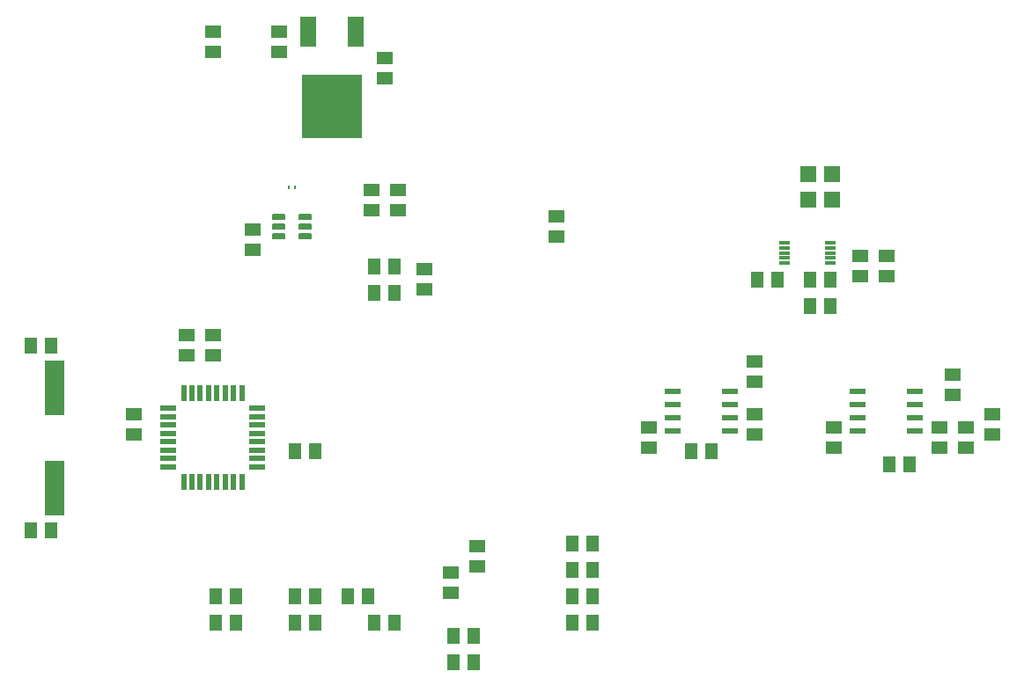
<source format=gbr>
G04 EAGLE Gerber RS-274X export*
G75*
%MOMM*%
%FSLAX34Y34*%
%LPD*%
%INSolderpaste Top*%
%IPPOS*%
%AMOC8*
5,1,8,0,0,1.08239X$1,22.5*%
G01*
%ADD10R,1.500000X1.300000*%
%ADD11R,1.300000X1.500000*%
%ADD12R,1.050000X0.320000*%
%ADD13R,5.800000X6.200000*%
%ADD14R,1.600000X3.000000*%
%ADD15R,1.500000X0.600000*%
%ADD16R,0.250000X0.350000*%
%ADD17R,1.930400X5.334000*%
%ADD18R,1.500000X1.600000*%
%ADD19R,1.600000X0.550000*%
%ADD20R,0.550000X1.600000*%
%ADD21C,0.145000*%


D10*
X647700Y250800D03*
X647700Y231800D03*
D11*
X231800Y88900D03*
X250800Y88900D03*
X803300Y368300D03*
X822300Y368300D03*
D10*
X152400Y244500D03*
X152400Y263500D03*
X850900Y415900D03*
X850900Y396900D03*
X431800Y403200D03*
X431800Y384200D03*
X266700Y441300D03*
X266700Y422300D03*
X406400Y479400D03*
X406400Y460400D03*
X558800Y435000D03*
X558800Y454000D03*
X749300Y314300D03*
X749300Y295300D03*
D11*
X803300Y393700D03*
X822300Y393700D03*
X54000Y330200D03*
X73000Y330200D03*
X73000Y152400D03*
X54000Y152400D03*
D10*
X228600Y631800D03*
X228600Y612800D03*
X393700Y587400D03*
X393700Y606400D03*
X292100Y631800D03*
X292100Y612800D03*
X825500Y250800D03*
X825500Y231800D03*
X939800Y301600D03*
X939800Y282600D03*
D11*
X771500Y393700D03*
X752500Y393700D03*
D10*
X876300Y415900D03*
X876300Y396900D03*
D11*
X403200Y63500D03*
X384200Y63500D03*
X308000Y88900D03*
X327000Y88900D03*
X308000Y228600D03*
X327000Y228600D03*
D12*
X822100Y409100D03*
X822100Y414100D03*
X822100Y419100D03*
X822100Y424100D03*
X822100Y429100D03*
X778100Y429100D03*
X778100Y424100D03*
X778100Y419100D03*
X778100Y414100D03*
X778100Y409100D03*
D13*
X342900Y560400D03*
D14*
X365700Y632200D03*
X320100Y632200D03*
D15*
X726000Y260350D03*
X671000Y260350D03*
X726000Y247650D03*
X726000Y273050D03*
X726000Y285750D03*
X671000Y247650D03*
X671000Y273050D03*
X671000Y285750D03*
X903800Y260350D03*
X848800Y260350D03*
X903800Y247650D03*
X903800Y273050D03*
X903800Y285750D03*
X848800Y247650D03*
X848800Y273050D03*
X848800Y285750D03*
D16*
X302050Y482600D03*
X307550Y482600D03*
D17*
X76200Y289560D03*
X76200Y193040D03*
D18*
X801300Y495100D03*
X801300Y470100D03*
X824300Y470100D03*
X824300Y495100D03*
D10*
X381000Y460400D03*
X381000Y479400D03*
D11*
X384200Y406400D03*
X403200Y406400D03*
X403200Y381000D03*
X384200Y381000D03*
X460400Y50800D03*
X479400Y50800D03*
X593700Y139700D03*
X574700Y139700D03*
X327000Y63500D03*
X308000Y63500D03*
X898500Y215900D03*
X879500Y215900D03*
D10*
X927100Y231800D03*
X927100Y250800D03*
X952500Y250800D03*
X952500Y231800D03*
D11*
X231800Y63500D03*
X250800Y63500D03*
D10*
X977900Y244500D03*
X977900Y263500D03*
D11*
X593700Y88900D03*
X574700Y88900D03*
D10*
X457200Y111100D03*
X457200Y92100D03*
D11*
X358800Y88900D03*
X377800Y88900D03*
D10*
X482600Y117500D03*
X482600Y136500D03*
D11*
X574700Y114300D03*
X593700Y114300D03*
X460400Y25400D03*
X479400Y25400D03*
X593700Y63500D03*
X574700Y63500D03*
D10*
X749300Y244500D03*
X749300Y263500D03*
D11*
X689000Y228600D03*
X708000Y228600D03*
D19*
X186100Y269300D03*
X186100Y261300D03*
X186100Y253300D03*
X186100Y245300D03*
X186100Y237300D03*
X186100Y229300D03*
X186100Y221300D03*
X186100Y213300D03*
X271100Y213300D03*
X271100Y221300D03*
X271100Y229300D03*
X271100Y237300D03*
X271100Y245300D03*
X271100Y253300D03*
X271100Y261300D03*
X271100Y269300D03*
D20*
X200600Y198800D03*
X208600Y198800D03*
X216600Y198800D03*
X224600Y198800D03*
X232600Y198800D03*
X240600Y198800D03*
X248600Y198800D03*
X256600Y198800D03*
X256600Y283800D03*
X248600Y283800D03*
X240600Y283800D03*
X232600Y283800D03*
X224600Y283800D03*
X216600Y283800D03*
X208600Y283800D03*
X200600Y283800D03*
D21*
X312025Y437175D02*
X322675Y437175D01*
X322675Y432825D01*
X312025Y432825D01*
X312025Y437175D01*
X312025Y434202D02*
X322675Y434202D01*
X322675Y435579D02*
X312025Y435579D01*
X312025Y436956D02*
X322675Y436956D01*
X322675Y446675D02*
X312025Y446675D01*
X322675Y446675D02*
X322675Y442325D01*
X312025Y442325D01*
X312025Y446675D01*
X312025Y443702D02*
X322675Y443702D01*
X322675Y445079D02*
X312025Y445079D01*
X312025Y446456D02*
X322675Y446456D01*
X322675Y456175D02*
X312025Y456175D01*
X322675Y456175D02*
X322675Y451825D01*
X312025Y451825D01*
X312025Y456175D01*
X312025Y453202D02*
X322675Y453202D01*
X322675Y454579D02*
X312025Y454579D01*
X312025Y455956D02*
X322675Y455956D01*
X297575Y437175D02*
X286925Y437175D01*
X297575Y437175D02*
X297575Y432825D01*
X286925Y432825D01*
X286925Y437175D01*
X286925Y434202D02*
X297575Y434202D01*
X297575Y435579D02*
X286925Y435579D01*
X286925Y436956D02*
X297575Y436956D01*
X297575Y446675D02*
X286925Y446675D01*
X297575Y446675D02*
X297575Y442325D01*
X286925Y442325D01*
X286925Y446675D01*
X286925Y443702D02*
X297575Y443702D01*
X297575Y445079D02*
X286925Y445079D01*
X286925Y446456D02*
X297575Y446456D01*
X297575Y456175D02*
X286925Y456175D01*
X297575Y456175D02*
X297575Y451825D01*
X286925Y451825D01*
X286925Y456175D01*
X286925Y453202D02*
X297575Y453202D01*
X297575Y454579D02*
X286925Y454579D01*
X286925Y455956D02*
X297575Y455956D01*
D10*
X228600Y320700D03*
X228600Y339700D03*
X203200Y320700D03*
X203200Y339700D03*
M02*

</source>
